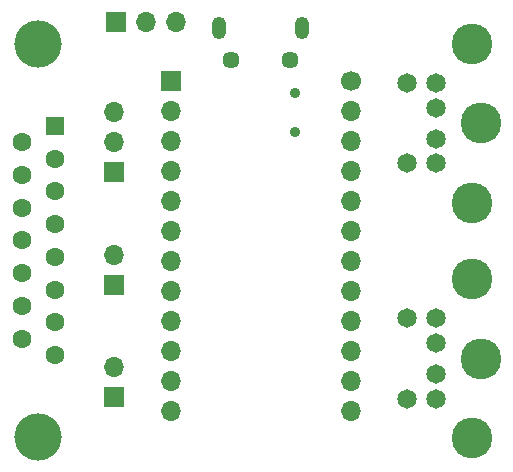
<source format=gbr>
G04 #@! TF.GenerationSoftware,KiCad,Pcbnew,7.0.5*
G04 #@! TF.CreationDate,2023-12-31T10:49:34+01:00*
G04 #@! TF.ProjectId,usb-to-ps2-gameport-hat-arduino-pro-mini,7573622d-746f-42d7-9073-322d67616d65,1.3*
G04 #@! TF.SameCoordinates,Original*
G04 #@! TF.FileFunction,Soldermask,Bot*
G04 #@! TF.FilePolarity,Negative*
%FSLAX46Y46*%
G04 Gerber Fmt 4.6, Leading zero omitted, Abs format (unit mm)*
G04 Created by KiCad (PCBNEW 7.0.5) date 2023-12-31 10:49:34*
%MOMM*%
%LPD*%
G01*
G04 APERTURE LIST*
%ADD10C,1.700000*%
%ADD11O,1.700000X1.700000*%
%ADD12R,1.700000X1.700000*%
%ADD13C,4.000000*%
%ADD14R,1.600000X1.600000*%
%ADD15C,1.600000*%
%ADD16O,1.200000X1.900000*%
%ADD17C,1.450000*%
%ADD18C,1.650000*%
%ADD19C,3.450000*%
%ADD20C,0.900000*%
G04 APERTURE END LIST*
D10*
X121926354Y-44577224D03*
D11*
X121926354Y-47117224D03*
X121926354Y-49657224D03*
X121926354Y-52197224D03*
X121926354Y-54737224D03*
X121926354Y-57277224D03*
X121926354Y-59817224D03*
X121926354Y-62357224D03*
X121926354Y-64897224D03*
X121926354Y-67437224D03*
X121926354Y-69977224D03*
X121926354Y-72517224D03*
D12*
X101860354Y-52324224D03*
D11*
X101860354Y-49784224D03*
X101860354Y-47244224D03*
D12*
X106686354Y-44577224D03*
D11*
X106686354Y-47117224D03*
X106686354Y-49657224D03*
X106686354Y-52197224D03*
X106686354Y-54737224D03*
X106686354Y-57277224D03*
X106686354Y-59817224D03*
X106686354Y-62357224D03*
X106686354Y-64897224D03*
X106686354Y-67437224D03*
X106686354Y-69977224D03*
X106686354Y-72517224D03*
D13*
X95490000Y-41432224D03*
X95490000Y-74732224D03*
D14*
X96910000Y-48387224D03*
D15*
X96910000Y-51157224D03*
X96910000Y-53927224D03*
X96910000Y-56697224D03*
X96910000Y-59467224D03*
X96910000Y-62237224D03*
X96910000Y-65007224D03*
X96910000Y-67777224D03*
X94070000Y-49772224D03*
X94070000Y-52542224D03*
X94070000Y-55312224D03*
X94070000Y-58082224D03*
X94070000Y-60852224D03*
X94070000Y-63622224D03*
X94070000Y-66392224D03*
D16*
X117795354Y-40101224D03*
D17*
X116795354Y-42801224D03*
X111795354Y-42801224D03*
D16*
X110795354Y-40101224D03*
D12*
X102045354Y-39545224D03*
D11*
X104585354Y-39545224D03*
X107125354Y-39545224D03*
D18*
X129160000Y-66780000D03*
X129160000Y-69380000D03*
X129160000Y-64680000D03*
X129160000Y-71480000D03*
X126660000Y-64680000D03*
X126660000Y-71480000D03*
D19*
X132160000Y-61330000D03*
X132960000Y-68080000D03*
X132160000Y-74830000D03*
D20*
X117225354Y-45595224D03*
D12*
X101860354Y-61859224D03*
D11*
X101860354Y-59319224D03*
D18*
X129160000Y-46860000D03*
X129160000Y-49460000D03*
X129160000Y-44760000D03*
X129160000Y-51560000D03*
X126660000Y-44760000D03*
X126660000Y-51560000D03*
D19*
X132160000Y-41410000D03*
X132960000Y-48160000D03*
X132160000Y-54910000D03*
D12*
X101855354Y-71375224D03*
D11*
X101855354Y-68835224D03*
D20*
X117225354Y-48895224D03*
M02*

</source>
